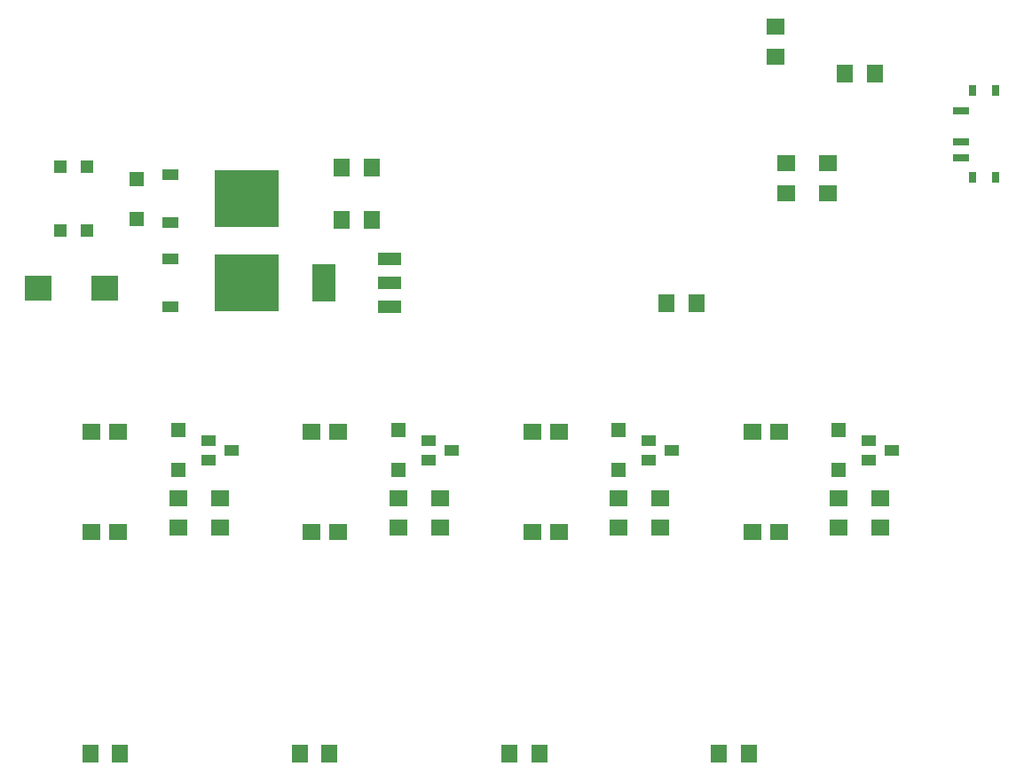
<source format=gbr>
G04 EAGLE Gerber RS-274X export*
G75*
%MOMM*%
%FSLAX34Y34*%
%LPD*%
%INSolderpaste Bottom*%
%IPPOS*%
%AMOC8*
5,1,8,0,0,1.08239X$1,22.5*%
G01*
%ADD10R,1.200000X1.200000*%
%ADD11R,2.235200X1.219200*%
%ADD12R,2.200000X3.600000*%
%ADD13R,1.600000X1.803000*%
%ADD14R,1.803000X1.600000*%
%ADD15R,2.600000X2.400000*%
%ADD16R,6.200000X5.400000*%
%ADD17R,1.600000X1.000000*%
%ADD18R,1.400000X1.400000*%
%ADD19R,1.780000X1.550000*%
%ADD20R,1.400000X1.000000*%
%ADD21R,0.800000X1.000000*%
%ADD22R,1.500000X0.700000*%


D10*
X87000Y559500D03*
X113000Y559500D03*
X113000Y620500D03*
X87000Y620500D03*
D11*
X400988Y533114D03*
X400988Y510000D03*
X400988Y486886D03*
D12*
X339010Y510000D03*
D13*
X384220Y620000D03*
X355780Y620000D03*
D14*
X820000Y624220D03*
X820000Y595780D03*
D15*
X130000Y505000D03*
X66000Y505000D03*
D13*
X384220Y570000D03*
X355780Y570000D03*
D14*
X780000Y624220D03*
X780000Y595780D03*
X770000Y725780D03*
X770000Y754220D03*
D16*
X265000Y510000D03*
D17*
X192000Y487200D03*
X192000Y532800D03*
D18*
X160000Y609000D03*
X160000Y571000D03*
D13*
X864220Y710000D03*
X835780Y710000D03*
D16*
X265000Y590000D03*
D17*
X192000Y567200D03*
X192000Y612800D03*
D19*
X117300Y367700D03*
X142700Y367700D03*
X142700Y272300D03*
X117300Y272300D03*
D20*
X251000Y350000D03*
X229000Y359500D03*
X229000Y340500D03*
D18*
X200000Y331000D03*
X200000Y369000D03*
D14*
X200000Y275780D03*
X200000Y304220D03*
D19*
X327300Y367700D03*
X352700Y367700D03*
X352700Y272300D03*
X327300Y272300D03*
D20*
X461000Y350000D03*
X439000Y359500D03*
X439000Y340500D03*
D18*
X410000Y331000D03*
X410000Y369000D03*
D14*
X410000Y275780D03*
X410000Y304220D03*
D19*
X537300Y367700D03*
X562700Y367700D03*
X562700Y272300D03*
X537300Y272300D03*
D20*
X671000Y350000D03*
X649000Y359500D03*
X649000Y340500D03*
D18*
X620000Y331000D03*
X620000Y369000D03*
D14*
X620000Y275780D03*
X620000Y304220D03*
D19*
X747300Y367700D03*
X772700Y367700D03*
X772700Y272300D03*
X747300Y272300D03*
D20*
X881000Y350000D03*
X859000Y359500D03*
X859000Y340500D03*
D18*
X830000Y331000D03*
X830000Y369000D03*
D14*
X830000Y275780D03*
X830000Y304220D03*
X240000Y275780D03*
X240000Y304220D03*
X450000Y275780D03*
X450000Y304220D03*
X660000Y275780D03*
X660000Y304220D03*
X870000Y275780D03*
X870000Y304220D03*
D13*
X665780Y490000D03*
X694220Y490000D03*
D21*
X958000Y693500D03*
X980000Y693500D03*
X980000Y610500D03*
X958000Y610500D03*
D22*
X946500Y674500D03*
X946500Y644500D03*
X946500Y629500D03*
D13*
X144220Y60000D03*
X115780Y60000D03*
X344220Y60000D03*
X315780Y60000D03*
X544220Y60000D03*
X515780Y60000D03*
X744220Y60000D03*
X715780Y60000D03*
M02*

</source>
